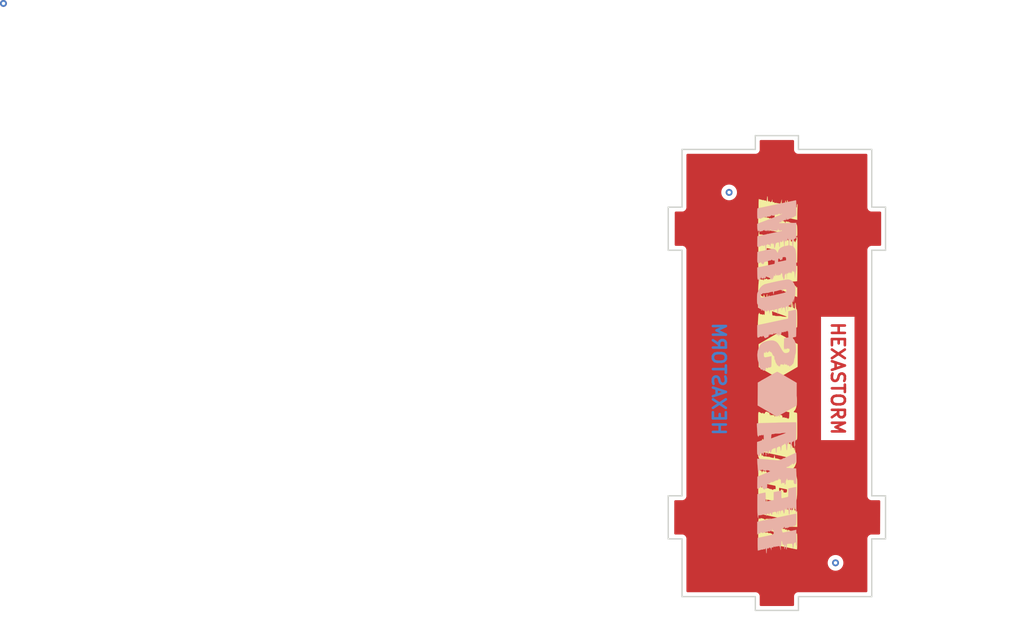
<source format=kicad_pcb>
(kicad_pcb (version 20221018) (generator pcbnew)
  (layers (0 "F.Cu" signal) (31 "B.Cu" signal) (34 "B.Paste" user) (35 "F.Paste" user) (36 "B.SilkS" user "B.Silkscreen") (37 "F.SilkS" user "F.Silkscreen") (38 "B.Mask" user) (39 "F.Mask" user) (44 "Edge.Cuts" user))
  (net 0 "")
  (footprint "footprints:hexastorm" (layer "F.Cu") (at 154.23134 103.886 -90)
    (fp_text reference "L1" hide)
    (fp_text value "Logo_Open_Hardware_Large" hide)
  )
  (footprint "footprints:hexastorm" (layer "B.Cu") (at 154.12212 104.43464 90)
    (fp_text reference "L2" hide)
    (fp_text value "Logo_Open_Hardware_Large" hide)
  )
  (gr_line (start 141.514 89.7) (end 141.514 84.7) (stroke (width 0.16)) (layer "Edge.Cuts"))
  (gr_line (start 165.114 118.2) (end 166.714 118.2) (stroke (width 0.16)) (layer "Edge.Cuts"))
  (gr_line (start 165.114 89.7) (end 165.114 118.2) (stroke (width 0.16)) (layer "Edge.Cuts"))
  (gr_line (start 156.614 129.899) (end 156.614 131.5) (stroke (width 0.16)) (layer "Edge.Cuts"))
  (gr_line (start 143.114 77.999) (end 151.614 77.999) (stroke (width 0.16)) (layer "Edge.Cuts"))
  (gr_line (start 156.614 131.5) (end 151.614 131.5) (stroke (width 0.16)) (layer "Edge.Cuts"))
  (gr_line (start 143.114 77.999) (end 143.114 84.7) (stroke (width 0.16)) (layer "Edge.Cuts"))
  (gr_line (start 165.114 84.7) (end 166.714 84.7) (stroke (width 0.16)) (layer "Edge.Cuts"))
  (gr_line (start 151.614 131.5) (end 151.614 129.899) (stroke (width 0.16)) (layer "Edge.Cuts"))
  (gr_line (start 143.114 89.7) (end 143.114 118.2) (stroke (width 0.16)) (layer "Edge.Cuts"))
  (gr_line (start 156.614 77.999) (end 165.114 77.999) (stroke (width 0.16)) (layer "Edge.Cuts"))
  (gr_line (start 166.714 89.7) (end 165.114 89.7) (stroke (width 0.16)) (layer "Edge.Cuts"))
  (gr_line (start 156.614 76.4) (end 156.614 77.999) (stroke (width 0.16)) (layer "Edge.Cuts"))
  (gr_line (start 141.514 118.2) (end 143.114 118.2) (stroke (width 0.16)) (layer "Edge.Cuts"))
  (gr_line (start 143.114 89.7) (end 141.514 89.7) (stroke (width 0.16)) (layer "Edge.Cuts"))
  (gr_line (start 143.114 123.2) (end 141.514 123.2) (stroke (width 0.16)) (layer "Edge.Cuts"))
  (gr_line (start 166.714 118.2) (end 166.714 123.2) (stroke (width 0.16)) (layer "Edge.Cuts"))
  (gr_line (start 141.514 123.2) (end 141.514 118.2) (stroke (width 0.16)) (layer "Edge.Cuts"))
  (gr_line (start 151.614 77.999) (end 151.614 76.4) (stroke (width 0.16)) (layer "Edge.Cuts"))
  (gr_line (start 165.114 129.899) (end 156.614 129.899) (stroke (width 0.16)) (layer "Edge.Cuts"))
  (gr_line (start 141.514 84.7) (end 143.114 84.7) (stroke (width 0.16)) (layer "Edge.Cuts"))
  (gr_line (start 166.714 84.7) (end 166.714 89.7) (stroke (width 0.16)) (layer "Edge.Cuts"))
  (gr_line (start 165.114 77.999) (end 165.114 84.7) (stroke (width 0.16)) (layer "Edge.Cuts"))
  (gr_line (start 151.614 76.4) (end 156.614 76.4) (stroke (width 0.16)) (layer "Edge.Cuts"))
  (gr_line (start 143.114 123.2) (end 143.114 129.899) (stroke (width 0.16)) (layer "Edge.Cuts"))
  (gr_line (start 165.114 123.2) (end 165.114 129.899) (stroke (width 0.16)) (layer "Edge.Cuts"))
  (gr_line (start 166.714 123.2) (end 165.114 123.2) (stroke (width 0.16)) (layer "Edge.Cuts"))
  (gr_line (start 151.614 129.899) (end 143.114 129.899) (stroke (width 0.16)) (layer "Edge.Cuts"))
  (gr_text "HEXASTORM" (at 161.1745 104.5795 270) (layer "F.Cu") (effects (font (size 1.5 1.5) (thickness 0.3))))
  (gr_text "HEXASTORM" (at 147.3745 104.6395 270) (layer "B.Cu") (effects (font (size 1.5 1.5) (thickness 0.3)) (justify mirror)))
  (via (at 148.5745 82.9895) (size 0.8) (drill 0.4) (layers "F.Cu" "B.Cu") (net 0))
  (via (at 160.9145 125.9795) (size 0.8) (drill 0.4) (layers "F.Cu" "B.Cu") (net 0))
  (via (at 64.4245 61.0595) (size 0.8) (drill 0.4) (layers "F.Cu" "B.Cu") (net 0))
  (zone (net 0) (net_name "") (layer "F.Cu") (connect_pads (clearance 0.508)) (min_thickness 0.254) (fill yes (thermal_gap 0.508) (thermal_bridge_width 0.508))
    (polygon (pts (xy 142.578096 76.392197) (xy 142.3445 76.4095) (xy 142.621714 76.410425) (xy 142.9545 76.5495) (xy 143.092005 76.411995) (xy 142.621714 76.410425) (xy 142.578096 76.392197) (xy 143.1545 76.3495) (xy 143.092005 76.411995) (xy 166.3145 76.4895) (xy 166.0345 131.9295) (xy 142.1945 131.4995) (xy 142.2845 76.2695)))
  )
)
</source>
